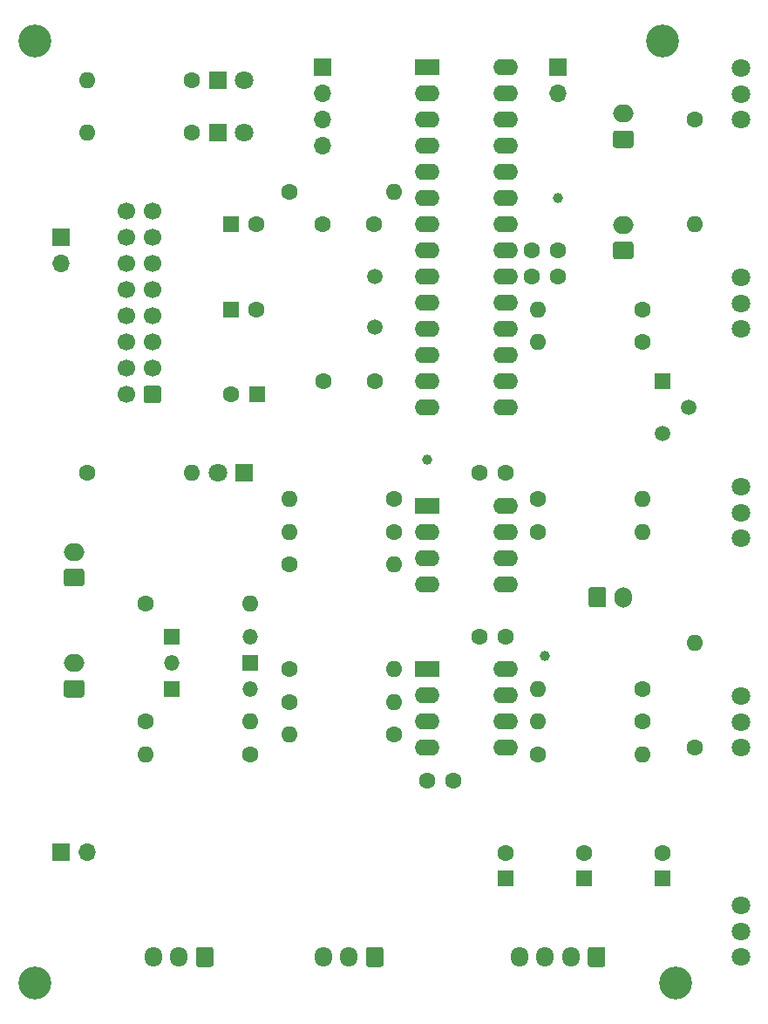
<source format=gts>
G04 #@! TF.GenerationSoftware,KiCad,Pcbnew,(5.1.10)-1*
G04 #@! TF.CreationDate,2021-12-16T17:09:32+09:00*
G04 #@! TF.ProjectId,ArEG,41724547-2e6b-4696-9361-645f70636258,Ver.1.0*
G04 #@! TF.SameCoordinates,Original*
G04 #@! TF.FileFunction,Soldermask,Top*
G04 #@! TF.FilePolarity,Negative*
%FSLAX46Y46*%
G04 Gerber Fmt 4.6, Leading zero omitted, Abs format (unit mm)*
G04 Created by KiCad (PCBNEW (5.1.10)-1) date 2021-12-16 17:09:32*
%MOMM*%
%LPD*%
G01*
G04 APERTURE LIST*
%ADD10C,3.200000*%
%ADD11O,2.400000X1.600000*%
%ADD12R,2.400000X1.600000*%
%ADD13O,1.700000X1.700000*%
%ADD14R,1.700000X1.700000*%
%ADD15C,1.000000*%
%ADD16O,2.000000X1.700000*%
%ADD17O,1.700000X1.950000*%
%ADD18C,1.500000*%
%ADD19C,1.800000*%
%ADD20O,1.600000X1.600000*%
%ADD21C,1.600000*%
%ADD22R,1.500000X1.500000*%
%ADD23C,1.700000*%
%ADD24O,1.700000X2.000000*%
%ADD25O,1.500000X1.500000*%
%ADD26R,1.800000X1.800000*%
%ADD27R,1.600000X1.600000*%
G04 APERTURE END LIST*
D10*
G04 #@! TO.C,H4*
X163830000Y-139700000D03*
G04 #@! TD*
G04 #@! TO.C,H3*
X162560000Y-48260000D03*
G04 #@! TD*
G04 #@! TO.C,H2*
X101600000Y-139700000D03*
G04 #@! TD*
G04 #@! TO.C,H1*
X101600000Y-48260000D03*
G04 #@! TD*
D11*
G04 #@! TO.C,U3*
X147320000Y-109220000D03*
X139700000Y-116840000D03*
X147320000Y-111760000D03*
X139700000Y-114300000D03*
X147320000Y-114300000D03*
X139700000Y-111760000D03*
X147320000Y-116840000D03*
D12*
X139700000Y-109220000D03*
G04 #@! TD*
D13*
G04 #@! TO.C,J8*
X152400000Y-53340000D03*
D14*
X152400000Y-50800000D03*
G04 #@! TD*
D13*
G04 #@! TO.C,J7*
X106680000Y-127000000D03*
D14*
X104140000Y-127000000D03*
G04 #@! TD*
D15*
G04 #@! TO.C,TP3*
X152400000Y-63500000D03*
G04 #@! TD*
G04 #@! TO.C,TP2*
X151130000Y-107950000D03*
G04 #@! TD*
G04 #@! TO.C,TP1*
X139700000Y-88900000D03*
G04 #@! TD*
D16*
G04 #@! TO.C,J6*
X105410000Y-97830000D03*
G36*
G01*
X106160000Y-101180000D02*
X104660000Y-101180000D01*
G75*
G02*
X104410000Y-100930000I0J250000D01*
G01*
X104410000Y-99730000D01*
G75*
G02*
X104660000Y-99480000I250000J0D01*
G01*
X106160000Y-99480000D01*
G75*
G02*
X106410000Y-99730000I0J-250000D01*
G01*
X106410000Y-100930000D01*
G75*
G02*
X106160000Y-101180000I-250000J0D01*
G01*
G37*
G04 #@! TD*
D17*
G04 #@! TO.C,J4*
X129620000Y-137160000D03*
X132120000Y-137160000D03*
G36*
G01*
X135470000Y-136435000D02*
X135470000Y-137885000D01*
G75*
G02*
X135220000Y-138135000I-250000J0D01*
G01*
X134020000Y-138135000D01*
G75*
G02*
X133770000Y-137885000I0J250000D01*
G01*
X133770000Y-136435000D01*
G75*
G02*
X134020000Y-136185000I250000J0D01*
G01*
X135220000Y-136185000D01*
G75*
G02*
X135470000Y-136435000I0J-250000D01*
G01*
G37*
G04 #@! TD*
D11*
G04 #@! TO.C,U2*
X147320000Y-93345000D03*
X139700000Y-100965000D03*
X147320000Y-95885000D03*
X139700000Y-98425000D03*
X147320000Y-98425000D03*
X139700000Y-95885000D03*
X147320000Y-100965000D03*
D12*
X139700000Y-93345000D03*
G04 #@! TD*
D11*
G04 #@! TO.C,U1*
X147320000Y-50800000D03*
X139700000Y-83820000D03*
X147320000Y-53340000D03*
X139700000Y-81280000D03*
X147320000Y-55880000D03*
X139700000Y-78740000D03*
X147320000Y-58420000D03*
X139700000Y-76200000D03*
X147320000Y-60960000D03*
X139700000Y-73660000D03*
X147320000Y-63500000D03*
X139700000Y-71120000D03*
X147320000Y-66040000D03*
X139700000Y-68580000D03*
X147320000Y-68580000D03*
X139700000Y-66040000D03*
X147320000Y-71120000D03*
X139700000Y-63500000D03*
X147320000Y-73660000D03*
X139700000Y-60960000D03*
X147320000Y-76200000D03*
X139700000Y-58420000D03*
X147320000Y-78740000D03*
X139700000Y-55880000D03*
X147320000Y-81280000D03*
X139700000Y-53340000D03*
X147320000Y-83820000D03*
D12*
X139700000Y-50800000D03*
G04 #@! TD*
D17*
G04 #@! TO.C,J3*
X113110000Y-137160000D03*
X115610000Y-137160000D03*
G36*
G01*
X118960000Y-136435000D02*
X118960000Y-137885000D01*
G75*
G02*
X118710000Y-138135000I-250000J0D01*
G01*
X117510000Y-138135000D01*
G75*
G02*
X117260000Y-137885000I0J250000D01*
G01*
X117260000Y-136435000D01*
G75*
G02*
X117510000Y-136185000I250000J0D01*
G01*
X118710000Y-136185000D01*
G75*
G02*
X118960000Y-136435000I0J-250000D01*
G01*
G37*
G04 #@! TD*
D18*
G04 #@! TO.C,Y1*
X134620000Y-76020000D03*
X134620000Y-71120000D03*
G04 #@! TD*
D17*
G04 #@! TO.C,SW2*
X148670000Y-137160000D03*
X151170000Y-137160000D03*
X153670000Y-137160000D03*
G36*
G01*
X157020000Y-136435000D02*
X157020000Y-137885000D01*
G75*
G02*
X156770000Y-138135000I-250000J0D01*
G01*
X155570000Y-138135000D01*
G75*
G02*
X155320000Y-137885000I0J250000D01*
G01*
X155320000Y-136435000D01*
G75*
G02*
X155570000Y-136185000I250000J0D01*
G01*
X156770000Y-136185000D01*
G75*
G02*
X157020000Y-136435000I0J-250000D01*
G01*
G37*
G04 #@! TD*
D16*
G04 #@! TO.C,SW1*
X105410000Y-108625000D03*
G36*
G01*
X106160000Y-111975000D02*
X104660000Y-111975000D01*
G75*
G02*
X104410000Y-111725000I0J250000D01*
G01*
X104410000Y-110525000D01*
G75*
G02*
X104660000Y-110275000I250000J0D01*
G01*
X106160000Y-110275000D01*
G75*
G02*
X106410000Y-110525000I0J-250000D01*
G01*
X106410000Y-111725000D01*
G75*
G02*
X106160000Y-111975000I-250000J0D01*
G01*
G37*
G04 #@! TD*
D19*
G04 #@! TO.C,RV5*
X170180000Y-116840000D03*
X170180000Y-114340000D03*
X170180000Y-111840000D03*
G04 #@! TD*
G04 #@! TO.C,RV4*
X170180000Y-55880000D03*
X170180000Y-53380000D03*
X170180000Y-50880000D03*
G04 #@! TD*
G04 #@! TO.C,RV3*
X170180000Y-76200000D03*
X170180000Y-73700000D03*
X170180000Y-71200000D03*
G04 #@! TD*
G04 #@! TO.C,RV2*
X170180000Y-96520000D03*
X170180000Y-94020000D03*
X170180000Y-91520000D03*
G04 #@! TD*
G04 #@! TO.C,RV1*
X170180000Y-137160000D03*
X170180000Y-134660000D03*
X170180000Y-132160000D03*
G04 #@! TD*
D20*
G04 #@! TO.C,R23*
X160655000Y-95885000D03*
D21*
X150495000Y-95885000D03*
G04 #@! TD*
D20*
G04 #@! TO.C,R22*
X160655000Y-117475000D03*
D21*
X150495000Y-117475000D03*
G04 #@! TD*
D20*
G04 #@! TO.C,R21*
X165735000Y-106680000D03*
D21*
X165735000Y-116840000D03*
G04 #@! TD*
D20*
G04 #@! TO.C,R20*
X150495000Y-114300000D03*
D21*
X160655000Y-114300000D03*
G04 #@! TD*
D20*
G04 #@! TO.C,R19*
X150495000Y-111125000D03*
D21*
X160655000Y-111125000D03*
G04 #@! TD*
D20*
G04 #@! TO.C,R18*
X165735000Y-66040000D03*
D21*
X165735000Y-55880000D03*
G04 #@! TD*
D20*
G04 #@! TO.C,R17*
X126365000Y-115570000D03*
D21*
X136525000Y-115570000D03*
G04 #@! TD*
D20*
G04 #@! TO.C,R16*
X136525000Y-109220000D03*
D21*
X126365000Y-109220000D03*
G04 #@! TD*
D20*
G04 #@! TO.C,R15*
X136525000Y-112395000D03*
D21*
X126365000Y-112395000D03*
G04 #@! TD*
D20*
G04 #@! TO.C,R14*
X136525000Y-99060000D03*
D21*
X126365000Y-99060000D03*
G04 #@! TD*
D20*
G04 #@! TO.C,R13*
X160655000Y-92710000D03*
D21*
X150495000Y-92710000D03*
G04 #@! TD*
D20*
G04 #@! TO.C,R12*
X126365000Y-95885000D03*
D21*
X136525000Y-95885000D03*
G04 #@! TD*
D20*
G04 #@! TO.C,R11*
X126365000Y-92710000D03*
D21*
X136525000Y-92710000D03*
G04 #@! TD*
D20*
G04 #@! TO.C,R9*
X136525000Y-62865000D03*
D21*
X126365000Y-62865000D03*
G04 #@! TD*
D20*
G04 #@! TO.C,R8*
X122555000Y-102870000D03*
D21*
X112395000Y-102870000D03*
G04 #@! TD*
D20*
G04 #@! TO.C,R7*
X112395000Y-117475000D03*
D21*
X122555000Y-117475000D03*
G04 #@! TD*
D20*
G04 #@! TO.C,R6*
X122555000Y-114300000D03*
D21*
X112395000Y-114300000D03*
G04 #@! TD*
D20*
G04 #@! TO.C,R5*
X150495000Y-77470000D03*
D21*
X160655000Y-77470000D03*
G04 #@! TD*
D20*
G04 #@! TO.C,R4*
X150495000Y-74295000D03*
D21*
X160655000Y-74295000D03*
G04 #@! TD*
D20*
G04 #@! TO.C,R3*
X116840000Y-90170000D03*
D21*
X106680000Y-90170000D03*
G04 #@! TD*
D20*
G04 #@! TO.C,R2*
X106680000Y-52070000D03*
D21*
X116840000Y-52070000D03*
G04 #@! TD*
D20*
G04 #@! TO.C,R1*
X106680000Y-57150000D03*
D21*
X116840000Y-57150000D03*
G04 #@! TD*
D22*
G04 #@! TO.C,Q1*
X162560000Y-81280000D03*
D18*
X162560000Y-86360000D03*
X165100000Y-83820000D03*
G04 #@! TD*
D13*
G04 #@! TO.C,J5*
X129540000Y-58420000D03*
X129540000Y-55880000D03*
X129540000Y-53340000D03*
D14*
X129540000Y-50800000D03*
G04 #@! TD*
D23*
G04 #@! TO.C,J2*
X110490000Y-64770000D03*
X110490000Y-67310000D03*
X110490000Y-69850000D03*
X110490000Y-72390000D03*
X110490000Y-74930000D03*
X110490000Y-77470000D03*
X110490000Y-80010000D03*
X110490000Y-82550000D03*
X113030000Y-64770000D03*
X113030000Y-67310000D03*
X113030000Y-69850000D03*
X113030000Y-72390000D03*
X113030000Y-74930000D03*
X113030000Y-77470000D03*
X113030000Y-80010000D03*
G36*
G01*
X113880000Y-81950000D02*
X113880000Y-83150000D01*
G75*
G02*
X113630000Y-83400000I-250000J0D01*
G01*
X112430000Y-83400000D01*
G75*
G02*
X112180000Y-83150000I0J250000D01*
G01*
X112180000Y-81950000D01*
G75*
G02*
X112430000Y-81700000I250000J0D01*
G01*
X113630000Y-81700000D01*
G75*
G02*
X113880000Y-81950000I0J-250000D01*
G01*
G37*
G04 #@! TD*
D13*
G04 #@! TO.C,J1*
X104140000Y-69850000D03*
D14*
X104140000Y-67310000D03*
G04 #@! TD*
D24*
G04 #@! TO.C,D9*
X158750000Y-102235000D03*
G36*
G01*
X155400000Y-102985000D02*
X155400000Y-101485000D01*
G75*
G02*
X155650000Y-101235000I250000J0D01*
G01*
X156850000Y-101235000D01*
G75*
G02*
X157100000Y-101485000I0J-250000D01*
G01*
X157100000Y-102985000D01*
G75*
G02*
X156850000Y-103235000I-250000J0D01*
G01*
X155650000Y-103235000D01*
G75*
G02*
X155400000Y-102985000I0J250000D01*
G01*
G37*
G04 #@! TD*
D25*
G04 #@! TO.C,D8*
X114935000Y-108585000D03*
D22*
X122555000Y-108585000D03*
G04 #@! TD*
D25*
G04 #@! TO.C,D7*
X122555000Y-106045000D03*
D22*
X114935000Y-106045000D03*
G04 #@! TD*
D16*
G04 #@! TO.C,D6*
X158750000Y-66080000D03*
G36*
G01*
X159500000Y-69430000D02*
X158000000Y-69430000D01*
G75*
G02*
X157750000Y-69180000I0J250000D01*
G01*
X157750000Y-67980000D01*
G75*
G02*
X158000000Y-67730000I250000J0D01*
G01*
X159500000Y-67730000D01*
G75*
G02*
X159750000Y-67980000I0J-250000D01*
G01*
X159750000Y-69180000D01*
G75*
G02*
X159500000Y-69430000I-250000J0D01*
G01*
G37*
G04 #@! TD*
D25*
G04 #@! TO.C,D5*
X122555000Y-111125000D03*
D22*
X114935000Y-111125000D03*
G04 #@! TD*
D16*
G04 #@! TO.C,D4*
X158750000Y-55285000D03*
G36*
G01*
X159500000Y-58635000D02*
X158000000Y-58635000D01*
G75*
G02*
X157750000Y-58385000I0J250000D01*
G01*
X157750000Y-57185000D01*
G75*
G02*
X158000000Y-56935000I250000J0D01*
G01*
X159500000Y-56935000D01*
G75*
G02*
X159750000Y-57185000I0J-250000D01*
G01*
X159750000Y-58385000D01*
G75*
G02*
X159500000Y-58635000I-250000J0D01*
G01*
G37*
G04 #@! TD*
D19*
G04 #@! TO.C,D3*
X119380000Y-90170000D03*
D26*
X121920000Y-90170000D03*
G04 #@! TD*
D19*
G04 #@! TO.C,D2*
X121920000Y-52070000D03*
D26*
X119380000Y-52070000D03*
G04 #@! TD*
D19*
G04 #@! TO.C,D1*
X121920000Y-57150000D03*
D26*
X119380000Y-57150000D03*
G04 #@! TD*
D21*
G04 #@! TO.C,C15*
X162560000Y-127040000D03*
D27*
X162560000Y-129540000D03*
G04 #@! TD*
D21*
G04 #@! TO.C,C14*
X154940000Y-127040000D03*
D27*
X154940000Y-129540000D03*
G04 #@! TD*
D21*
G04 #@! TO.C,C13*
X147320000Y-127040000D03*
D27*
X147320000Y-129540000D03*
G04 #@! TD*
D21*
G04 #@! TO.C,C12*
X139740000Y-120015000D03*
X142240000Y-120015000D03*
G04 #@! TD*
G04 #@! TO.C,C10*
X144820000Y-106045000D03*
X147320000Y-106045000D03*
G04 #@! TD*
G04 #@! TO.C,C9*
X144820000Y-90170000D03*
X147320000Y-90170000D03*
G04 #@! TD*
G04 #@! TO.C,C7*
X129620000Y-81280000D03*
X134620000Y-81280000D03*
G04 #@! TD*
G04 #@! TO.C,C6*
X134540000Y-66040000D03*
X129540000Y-66040000D03*
G04 #@! TD*
G04 #@! TO.C,C5*
X149900000Y-68580000D03*
X152400000Y-68580000D03*
G04 #@! TD*
G04 #@! TO.C,C4*
X149900000Y-71120000D03*
X152400000Y-71120000D03*
G04 #@! TD*
G04 #@! TO.C,C3*
X120690000Y-82550000D03*
D27*
X123190000Y-82550000D03*
G04 #@! TD*
D21*
G04 #@! TO.C,C2*
X123150000Y-66040000D03*
D27*
X120650000Y-66040000D03*
G04 #@! TD*
D21*
G04 #@! TO.C,C1*
X123150000Y-74295000D03*
D27*
X120650000Y-74295000D03*
G04 #@! TD*
M02*

</source>
